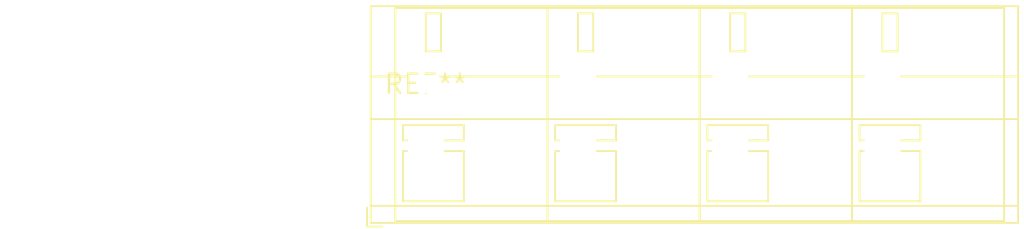
<source format=kicad_pcb>
(kicad_pcb (version 20240108) (generator pcbnew)
  (layers (0 "F.Cu" signal) (31 "B.Cu" signal) (34 "B.Paste" user) (35 "F.Paste" user) (36 "B.SilkS" user "B.Silkscreen") (37 "F.SilkS" user "F.Silkscreen") (38 "B.Mask" user) (39 "F.Mask" user) (44 "Edge.Cuts" user))
  (net 0 "")
  (footprint "TerminalBlock_WAGO_236-604_1x04_P10.00mm_45Degree" (layer "F.Cu") (at 0 0)
    (property "Reference" "REF**")
    (property "Value" "TerminalBlock_WAGO_236-604_1x04_P10.00mm_45Degree")
    (fp_line (start -3.86 8.12) (end -3.86 9.36) (layer "F.SilkS") (stroke (width 0.12)))
    (fp_line (start -3.86 9.36) (end -2.86 9.36) (layer "F.SilkS") (stroke (width 0.12)))
    (fp_line (start -3.62 -5.12) (end -3.62 9.12) (layer "F.SilkS") (stroke (width 0.12)))
    (fp_line (start -3.62 -5.12) (end 38.92 -5.12) (layer "F.SilkS") (stroke (width 0.12)))
    (fp_line (start -3.62 -0.5) (end -1.23 -0.5) (layer "F.SilkS") (stroke (width 0.12)))
    (fp_line (start -3.62 2.3) (end 38.92 2.3) (layer "F.SilkS") (stroke (width 0.12)))
    (fp_line (start -3.62 8) (end 38.92 8) (layer "F.SilkS") (stroke (width 0.12)))
    (fp_line (start -3.62 9.12) (end 38.92 9.12) (layer "F.SilkS") (stroke (width 0.12)))
    (fp_line (start -2 -5) (end -2 9) (layer "F.SilkS") (stroke (width 0.12)))
    (fp_line (start -2 -5) (end 8 -5) (layer "F.SilkS") (stroke (width 0.12)))
    (fp_line (start -2 9) (end 8 9) (layer "F.SilkS") (stroke (width 0.12)))
    (fp_line (start -1.5 2.7) (end -1.5 3.7) (layer "F.SilkS") (stroke (width 0.12)))
    (fp_line (start -1.5 2.7) (end 2.5 2.7) (layer "F.SilkS") (stroke (width 0.12)))
    (fp_line (start -1.5 3.7) (end -1.23 3.7) (layer "F.SilkS") (stroke (width 0.12)))
    (fp_line (start -1.5 4.4) (end -1.5 7.7) (layer "F.SilkS") (stroke (width 0.12)))
    (fp_line (start -1.5 4.4) (end -1.23 4.4) (layer "F.SilkS") (stroke (width 0.12)))
    (fp_line (start -1.5 7.7) (end 2.5 7.7) (layer "F.SilkS") (stroke (width 0.12)))
    (fp_line (start 0 -4.65) (end 0 -2.151) (layer "F.SilkS") (stroke (width 0.12)))
    (fp_line (start 0 -4.65) (end 1 -4.65) (layer "F.SilkS") (stroke (width 0.12)))
    (fp_line (start 0 -2.151) (end 1 -2.151) (layer "F.SilkS") (stroke (width 0.12)))
    (fp_line (start 1 -4.65) (end 1 -2.151) (layer "F.SilkS") (stroke (width 0.12)))
    (fp_line (start 1.23 -0.5) (end 8.77 -0.5) (layer "F.SilkS") (stroke (width 0.12)))
    (fp_line (start 1.23 3.7) (end 2.5 3.7) (layer "F.SilkS") (stroke (width 0.12)))
    (fp_line (start 1.23 4.4) (end 2.5 4.4) (layer "F.SilkS") (stroke (width 0.12)))
    (fp_line (start 2.5 2.7) (end 2.5 3.7) (layer "F.SilkS") (stroke (width 0.12)))
    (fp_line (start 2.5 4.4) (end 2.5 7.7) (layer "F.SilkS") (stroke (width 0.12)))
    (fp_line (start 8 -5) (end 8 9) (layer "F.SilkS") (stroke (width 0.12)))
    (fp_line (start 8 -5) (end 8 9) (layer "F.SilkS") (stroke (width 0.12)))
    (fp_line (start 8 -5) (end 18 -5) (layer "F.SilkS") (stroke (width 0.12)))
    (fp_line (start 8 9) (end 18 9) (layer "F.SilkS") (stroke (width 0.12)))
    (fp_line (start 8.5 2.7) (end 8.5 3.7) (layer "F.SilkS") (stroke (width 0.12)))
    (fp_line (start 8.5 2.7) (end 12.5 2.7) (layer "F.SilkS") (stroke (width 0.12)))
    (fp_line (start 8.5 3.7) (end 8.77 3.7) (layer "F.SilkS") (stroke (width 0.12)))
    (fp_line (start 8.5 4.4) (end 8.5 7.7) (layer "F.SilkS") (stroke (width 0.12)))
    (fp_line (start 8.5 4.4) (end 8.77 4.4) (layer "F.SilkS") (stroke (width 0.12)))
    (fp_line (start 8.5 7.7) (end 12.5 7.7) (layer "F.SilkS") (stroke (width 0.12)))
    (fp_line (start 10 -4.65) (end 10 -2.151) (layer "F.SilkS") (stroke (width 0.12)))
    (fp_line (start 10 -4.65) (end 11 -4.65) (layer "F.SilkS") (stroke (width 0.12)))
    (fp_line (start 10 -2.151) (end 11 -2.151) (layer "F.SilkS") (stroke (width 0.12)))
    (fp_line (start 11 -4.65) (end 11 -2.151) (layer "F.SilkS") (stroke (width 0.12)))
    (fp_line (start 11.23 -0.5) (end 18.77 -0.5) (layer "F.SilkS") (stroke (width 0.12)))
    (fp_line (start 11.23 3.7) (end 12.5 3.7) (layer "F.SilkS") (stroke (width 0.12)))
    (fp_line (start 11.23 4.4) (end 12.5 4.4) (layer "F.SilkS") (stroke (width 0.12)))
    (fp_line (start 12.5 2.7) (end 12.5 3.7) (layer "F.SilkS") (stroke (width 0.12)))
    (fp_line (start 12.5 4.4) (end 12.5 7.7) (layer "F.SilkS") (stroke (width 0.12)))
    (fp_line (start 18 -5) (end 18 9) (layer "F.SilkS") (stroke (width 0.12)))
    (fp_line (start 18 -5) (end 18 9) (layer "F.SilkS") (stroke (width 0.12)))
    (fp_line (start 18 -5) (end 28 -5) (layer "F.SilkS") (stroke (width 0.12)))
    (fp_line (start 18 9) (end 28 9) (layer "F.SilkS") (stroke (width 0.12)))
    (fp_line (start 18.5 2.7) (end 18.5 3.7) (layer "F.SilkS") (stroke (width 0.12)))
    (fp_line (start 18.5 2.7) (end 22.5 2.7) (layer "F.SilkS") (stroke (width 0.12)))
    (fp_line (start 18.5 3.7) (end 18.77 3.7) (layer "F.SilkS") (stroke (width 0.12)))
    (fp_line (start 18.5 4.4) (end 18.5 7.7) (layer "F.SilkS") (stroke (width 0.12)))
    (fp_line (start 18.5 4.4) (end 18.77 4.4) (layer "F.SilkS") (stroke (width 0.12)))
    (fp_line (start 18.5 7.7) (end 22.5 7.7) (layer "F.SilkS") (stroke (width 0.12)))
    (fp_line (start 20 -4.65) (end 20 -2.151) (layer "F.SilkS") (stroke (width 0.12)))
    (fp_line (start 20 -4.65) (end 21 -4.65) (layer "F.SilkS") (stroke (width 0.12)))
    (fp_line (start 20 -2.151) (end 21 -2.151) (layer "F.SilkS") (stroke (width 0.12)))
    (fp_line (start 21 -4.65) (end 21 -2.151) (layer "F.SilkS") (stroke (width 0.12)))
    (fp_line (start 21.23 -0.5) (end 28.77 -0.5) (layer "F.SilkS") (stroke (width 0.12)))
    (fp_line (start 21.23 3.7) (end 22.5 3.7) (layer "F.SilkS") (stroke (width 0.12)))
    (fp_line (start 21.23 4.4) (end 22.5 4.4) (layer "F.SilkS") (stroke (width 0.12)))
    (fp_line (start 22.5 2.7) (end 22.5 3.7) (layer "F.SilkS") (stroke (width 0.12)))
    (fp_line (start 22.5 4.4) (end 22.5 7.7) (layer "F.SilkS") (stroke (width 0.12)))
    (fp_line (start 28 -5) (end 28 9) (layer "F.SilkS") (stroke (width 0.12)))
    (fp_line (start 28 -5) (end 28 9) (layer "F.SilkS") (stroke (width 0.12)))
    (fp_line (start 28 -5) (end 38 -5) (layer "F.SilkS") (stroke (width 0.12)))
    (fp_line (start 28 9) (end 38 9) (layer "F.SilkS") (stroke (width 0.12)))
    (fp_line (start 28.5 2.7) (end 28.5 3.7) (layer "F.SilkS") (stroke (width 0.12)))
    (fp_line (start 28.5 2.7) (end 32.5 2.7) (layer "F.SilkS") (stroke (width 0.12)))
    (fp_line (start 28.5 3.7) (end 28.77 3.7) (layer "F.SilkS") (stroke (width 0.12)))
    (fp_line (start 28.5 4.4) (end 28.5 7.7) (layer "F.SilkS") (stroke (width 0.12)))
    (fp_line (start 28.5 4.4) (end 28.77 4.4) (layer "F.SilkS") (stroke (width 0.12)))
    (fp_line (start 28.5 7.7) (end 32.5 7.7) (layer "F.SilkS") (stroke (width 0.12)))
    (fp_line (start 30 -4.65) (end 30 -2.151) (layer "F.SilkS") (stroke (width 0.12)))
    (fp_line (start 30 -4.65) (end 31 -4.65) (layer "F.SilkS") (stroke (width 0.12)))
    (fp_line (start 30 -2.151) (end 31 -2.151) (layer "F.SilkS") (stroke (width 0.12)))
    (fp_line (start 31 -4.65) (end 31 -2.151) (layer "F.SilkS") (stroke (width 0.12)))
    (fp_line (start 31.23 -0.5) (end 38.92 -0.5) (layer "F.SilkS") (stroke (width 0.12)))
    (fp_line (start 31.23 3.7) (end 32.5 3.7) (layer "F.SilkS") (stroke (width 0.12)))
    (fp_line (start 31.23 4.4) (end 32.5 4.4) (layer "F.SilkS") (stroke (width 0.12)))
    (fp_line (start 32.5 2.7) (end 32.5 3.7) (layer "F.SilkS") (stroke (width 0.12)))
    (fp_line (start 32.5 4.4) (end 32.5 7.7) (layer "F.SilkS") (stroke (width 0.12)))
    (fp_line (start 38 -5) (end 38 9) (layer "F.SilkS") (stroke (width 0.12)))
    (fp_line (start 38.92 -5.12) (end 38.92 9.12) (layer "F.SilkS") (stroke (width 0.12)))
    (pad "1" thru_hole rect (at 0 0) (size 1.5 3) (drill 1.15) (layers *.Cu *.Mask) (remove_unused_layers))
    (pad "1" thru_hole rect (at 0 5) (size 1.5 3) (drill 1.15) (layers *.Cu *.Mask) (remove_unused_layers))
    (pad "2" thru_hole oval (at 10 0) (size 1.5 3) (drill 1.15) (layers *.Cu *.Mask) (remove_unused_layers))
    (pad "2" thru_hole oval (at 10 5) (size 1.5 3) (drill 1.15) (layers *.Cu *.Mask) (remove_unused_layers))
    (pad "3" thru_hole oval (at 20 0) (size 1.5 3) (drill 1.15) (layers *.Cu *.Mask) (remove_unused_layers))
    (pad "3" thru_hole oval (at 20 5) (size 1.5 3) (drill 1.15) (layers *.Cu *.Mask) (remove_unused_layers))
    (pad "4" thru_hole oval (at 30 0) (size 1.5 3) (drill 1.15) (layers *.Cu *.Mask) (remove_unused_layers))
    (pad "4" thru_hole oval (at 30 5) (size 1.5 3) (drill 1.15) (layers *.Cu *.Mask) (remove_unused_layers))
  )
)
</source>
